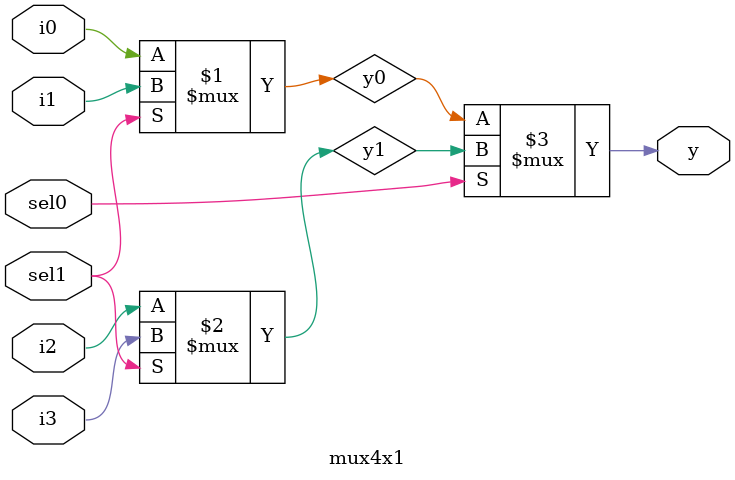
<source format=v>
module mux4x1(
  input sel0,sel1,
  input i0,i1,i2,i3,
  output y
);
  wire y0,y1;
  assign y0 = sel1 ? i1 : i0;
  assign y1 = sel1 ? i3 : i2;
  assign y = sel0 ? y1 : y0;
endmodule

</source>
